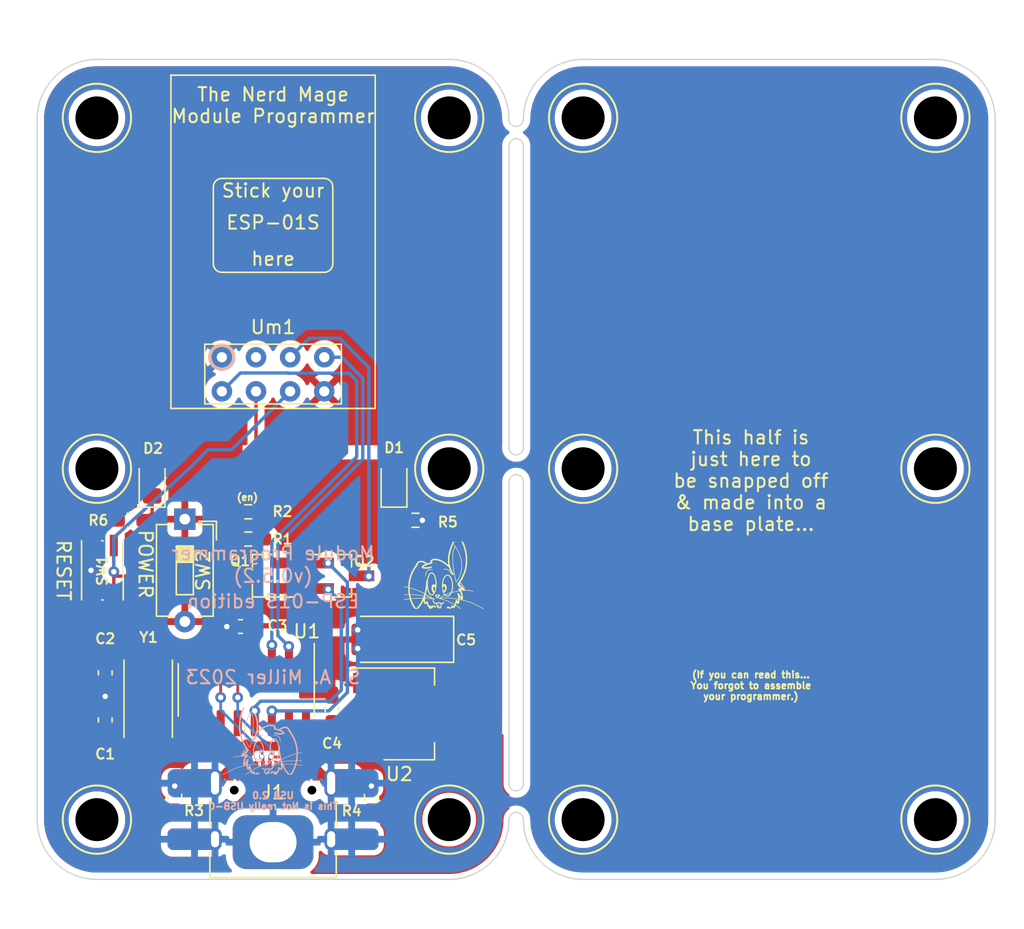
<source format=kicad_pcb>
(kicad_pcb (version 20211014) (generator pcbnew)
  (layers (0 "F.Cu" signal) (31 "B.Cu" signal) (34 "B.Paste" user) (35 "F.Paste" user) (36 "B.SilkS" user "B.Silkscreen") (37 "F.SilkS" user "F.Silkscreen") (38 "B.Mask" user) (39 "F.Mask" user) (44 "Edge.Cuts" user))
  (net 0 "")
  (net 1 "GND")
  (net 2 "Net-(C1-Pad1)")
  (net 3 "Net-(C2-Pad1)")
  (net 4 "RxD")
  (net 5 "TxD")
  (net 6 "RST")
  (net 7 "io0")
  (net 8 "DCD")
  (net 9 "RI")
  (net 10 "DSR")
  (net 11 "CTS")
  (net 12 "DTR")
  (net 13 "RTS")
  (net 14 "Vcc")
  (net 15 "UD+")
  (net 16 "UD-")
  (net 17 "+3.3V")
  (net 19 "EN")
  (net 20 "Vsw")
  (net 23 "CC1")
  (net 24 "CC2")
  (net 25 "Net-(D1-Pad1)")
  (net 26 "Net-(D2-Pad1)")
  (footprint "Tinker:Mount" (layer "F.Cu") (at 163.108 67.919546)
    (fp_text reference "REF**" hide)
    (fp_text value "Mount" hide)
    (pad "" np_thru_hole circle (at 0 0) (size 3.2 3.2) (drill 3.2) (layers *.Mask))
  )
  (footprint "Tinker:C_0603_1608Metric_Pad1.08x0.95mm_HandSolder" (layer "F.Cu") (at 137.51 109.217455 -90)
    (fp_text reference "C2" (at -2.54 0) (layer "F.SilkS") (effects (font (size 0.75 0.75))))
    (fp_text value "20p")
    (pad "1" smd roundrect (at -1.0625 0 270) (size 1.275 0.95) (layers "F.Cu" "F.Paste" "F.Mask") (net 3 "Net-(C2-Pad1)"))
    (pad "2" smd roundrect (at 1.0625 0 270) (size 1.275 0.95) (layers "F.Cu" "F.Paste" "F.Mask") (net 1 "GND"))
  )
  (footprint "Capacitor_Tantalum_SMD:CP_EIA-6032-28_Kemet-C_Pad2.25x2.35mm_HandSolder" (layer "F.Cu") (at 159.505545 106.722019 180)
    (fp_text reference "C5" (at -4.857981 -0.04394) (layer "F.SilkS") (effects (font (size 0.75 0.75))))
    (fp_text value "22uf")
    (pad "1" smd roundrect (at -2.55 0 180) (size 2.25 2.35) (layers "F.Cu" "F.Paste" "F.Mask") (roundrect_rratio 0.1111111111) (net 17 "+3.3V"))
    (pad "2" smd roundrect (at 2.55 0 180) (size 2.25 2.35) (layers "F.Cu" "F.Paste" "F.Mask") (roundrect_rratio 0.1111111111) (net 1 "GND"))
  )
  (footprint "Tinker:Mount" (layer "F.Cu") (at 136.892 120.139455)
    (fp_text reference "REF**" hide)
    (fp_text value "Mount" hide)
    (pad "" np_thru_hole circle (at 0 0) (size 3.2 3.2) (drill 3.2) (layers *.Mask))
  )
  (footprint "Tinker:USB_C_Receptacle_HRO_TYPE-C-31-M-12" (layer "F.Cu") (at 150 120.547455)
    (fp_text reference "J1" (at 0 -2.44) (layer "F.SilkS"))
    (fp_text value "USB_C_Receptacle_USB2.0")
    (pad "" np_thru_hole circle (at -2.89 -2.6) (size 0.65 0.65) (drill 0.65) (layers *.Mask))
    (pad "" np_thru_hole circle (at 2.89 -2.6) (size 0.65 0.65) (drill 0.65) (layers *.Mask))
    (pad "A1" smd rect (at -3.25 -4.045) (size 0.6 1.45) (layers "F.Cu" "F.Paste" "F.Mask") (net 1 "GND"))
    (pad "A4" smd rect (at -2.45 -4.045) (size 0.6 1.45) (layers "F.Cu" "F.Paste" "F.Mask") (net 14 "Vcc"))
    (pad "A5" smd rect (at -1.25 -4.045) (size 0.3 1.45) (layers "F.Cu" "F.Paste" "F.Mask") (net 23 "CC1"))
    (pad "A6" smd rect (at -0.25 -4.045) (size 0.3 1.45) (layers "F.Cu" "F.Paste" "F.Mask") (net 15 "UD+"))
    (pad "A7" smd rect (at 0.25 -4.045) (size 0.3 1.45) (layers "F.Cu" "F.Paste" "F.Mask") (net 16 "UD-"))
    (pad "A8" smd rect (at 1.25 -4.045) (size 0.3 1.45) (layers "F.Cu" "F.Paste" "F.Mask"))
    (pad "A9" smd rect (at 2.45 -4.045) (size 0.6 1.45) (layers "F.Cu" "F.Paste" "F.Mask") (net 14 "Vcc"))
    (pad "A12" smd rect (at 3.25 -4.045) (size 0.6 1.45) (layers "F.Cu" "F.Paste" "F.Mask") (net 1 "GND"))
    (pad "B1" smd rect (at 3.25 -4.045) (size 0.6 1.45) (layers "F.Cu" "F.Paste" "F.Mask") (net 1 "GND"))
    (pad "B4" smd rect (at 2.45 -4.045) (size 0.6 1.45) (layers "F.Cu" "F.Paste" "F.Mask") (net 14 "Vcc"))
    (pad "B5" smd rect (at 1.75 -4.045) (size 0.3 1.45) (layers "F.Cu" "F.Paste" "F.Mask") (net 24 "CC2"))
    (pad "B6" smd rect (at 0.75 -4.045) (size 0.3 1.45) (layers "F.Cu" "F.Paste" "F.Mask") (net 15 "UD+"))
    (pad "B7" smd rect (at -0.75 -4.045) (size 0.3 1.45) (layers "F.Cu" "F.Paste" "F.Mask") (net 16 "UD-"))
    (pad "B8" smd rect (at -1.75 -4.045) (size 0.3 1.45) (layers "F.Cu" "F.Paste" "F.Mask"))
    (pad "B9" smd rect (at -2.45 -4.045) (size 0.6 1.45) (layers "F.Cu" "F.Paste" "F.Mask") (net 14 "Vcc"))
    (pad "B12" smd rect (at -3.25 -4.045) (size 0.6 1.45) (layers "F.Cu" "F.Paste" "F.Mask") (net 1 "GND"))
    (pad "S1" smd roundrect (at -5.846965 -3.118205) (size 4 2.1) (layers "B.Cu" "B.Paste" "B.Mask") (net 1 "GND"))
    (pad "S1" thru_hole oval (at 4.32 -3.13) (size 1 2.1) (drill oval 0.6 1.7) (layers *.Cu *.Mask) (net 1 "GND"))
    (pad "S1" smd roundrect (at 5.096965 -3.118205) (size 2.5 2.1) (layers "F.Cu" "F.Paste" "F.Mask") (net 1 "GND"))
    (pad "S1" smd roundrect (at -5.846965 1.05) (size 4 1.6) (layers "F.Cu" "F.Paste" "F.Mask") (net 1 "GND"))
    (pad "S1" smd roundrect (at -5.846965 1.05) (size 4 1.6) (layers "B.Cu" "B.Paste" "B.Mask") (net 1 "GND"))
    (pad "S1" thru_hole oval (at 4.32 1.05) (size 1 1.6) (drill oval 0.6 1.2) (layers *.Cu *.Mask) (net 1 "GND"))
    (pad "S1" thru_hole oval (at -4.32 1.05) (size 1 1.6) (drill oval 0.6 1.2) (layers *.Cu *.Mask) (net 1 "GND"))
    (pad "S1" thru_hole oval (at -4.32 -3.13) (size 1 2.1) (drill oval 0.6 1.7) (layers *.Cu *.Mask) (net 1 "GND"))
    (pad "S1" smd roundrect (at 5.846965 1.05) (size 4 1.6) (layers "B.Cu" "B.Paste" "B.Mask") (net 1 "GND"))
    (pad "S1" smd roundrect (at 5.846965 1.05) (size 4 1.6) (layers "F.Cu" "F.Paste" "F.Mask") (net 1 "GND"))
    (pad "S1" thru_hole roundrect (at 0 1.27 180) (size 6 4) (drill oval 3.5 3) (layers *.Cu *.Mask) (net 1 "GND"))
    (pad "S1" smd roundrect (at 5.846965 -3.118205) (size 4 2.1) (layers "B.Cu" "B.Paste" "B.Mask") (net 1 "GND"))
    (pad "S1" smd roundrect (at -5.096965 -3.118205) (size 2.5 2.1) (layers "F.Cu" "F.Paste" "F.Mask") (net 1 "GND"))
  )
  (footprint "Tinker:Mount" (layer "F.Cu") (at 199.288 94.029455)
    (fp_text reference "REF**" hide)
    (fp_text value "Mount" hide)
    (pad "" np_thru_hole circle (at 0 0) (size 3.2 3.2) (drill 3.2) (layers *.Mask))
  )
  (footprint "Tinker:R_0603_1608Metric_Pad0.98x0.95mm_HandSolder" (layer "F.Cu") (at 148.154241 97.233483)
    (fp_text reference "R2" (at 2.545759 -0.018765) (layer "F.SilkS") (effects (font (size 0.75 0.75))))
    (fp_text value "10K")
    (pad "1" smd roundrect (at -1.0625 0) (size 1.275 0.95) (layers "F.Cu" "F.Paste" "F.Mask") (net 20 "Vsw"))
    (pad "2" smd roundrect (at 1.0625 0) (size 1.275 0.95) (layers "F.Cu" "F.Paste" "F.Mask") (net 19 "EN"))
  )
  (footprint "Tinker:Mount" (layer "F.Cu") (at 163.108 120.139455)
    (fp_text reference "REF**" hide)
    (fp_text value "Mount" hide)
    (pad "" np_thru_hole circle (at 0 0) (size 3.2 3.2) (drill 3.2) (layers *.Mask))
  )
  (footprint "Crystal:Crystal_SMD_5032-2Pin_5.0x3.2mm" (layer "F.Cu") (at 140.706663 110.967455 90)
    (fp_text reference "Y1" (at 4.39 0.031943) (layer "F.SilkS") (effects (font (size 0.75 0.75))))
    (fp_text value "12M")
    (pad "1" smd rect (at -2.35 0 90) (size 3 2.4) (layers "F.Cu" "F.Paste" "F.Mask") (net 2 "Net-(C1-Pad1)"))
    (pad "2" smd rect (at 2.35 0 90) (size 3 2.4) (layers "F.Cu" "F.Paste" "F.Mask") (net 3 "Net-(C2-Pad1)"))
  )
  (footprint "Tinker:Mount" (layer "F.Cu") (at 173.072 120.139455)
    (fp_text reference "REF**" hide)
    (fp_text value "Mount" hide)
    (pad "" np_thru_hole circle (at 0 0) (size 3.2 3.2) (drill 3.2) (layers *.Mask))
  )
  (footprint "Package_TO_SOT_SMD:SOT-23_Handsoldering" (layer "F.Cu") (at 149.221453 101.990491 180)
    (fp_text reference "Q1" (at 1.674448 1.113434) (layer "F.SilkS") (effects (font (size 0.75 0.75))))
    (fp_text value "MMBT3904")
    (pad "1" smd rect (at -1.5 -0.95 180) (size 1.9 0.8) (layers "F.Cu" "F.Paste" "F.Mask") (net 12 "DTR"))
    (pad "2" smd rect (at -1.5 0.95 180) (size 1.9 0.8) (layers "F.Cu" "F.Paste" "F.Mask") (net 13 "RTS"))
    (pad "3" smd rect (at 1.5 0 180) (size 1.9 0.8) (layers "F.Cu" "F.Paste" "F.Mask") (net 6 "RST"))
  )
  (footprint "Tinker:R_0603_1608Metric_Pad0.98x0.95mm_HandSolder" (layer "F.Cu") (at 142.68 118.507455 90)
    (fp_text reference "R3" (at -0.9668 1.439812) (layer "F.SilkS") (effects (font (size 0.75 0.75))))
    (fp_text value "5k1")
    (pad "1" smd roundrect (at -1.0625 0 90) (size 1.275 0.95) (layers "F.Cu" "F.Paste" "F.Mask") (net 23 "CC1"))
    (pad "2" smd roundrect (at 1.0625 0 90) (size 1.275 0.95) (layers "F.Cu" "F.Paste" "F.Mask") (net 1 "GND"))
  )
  (footprint "Tinker:R_0603_1608Metric_Pad0.98x0.95mm_HandSolder" (layer "F.Cu") (at 157.32 118.507455 90)
    (fp_text reference "R4" (at -0.979818 -1.470937) (layer "F.SilkS") (effects (font (size 0.75 0.75))))
    (fp_text value "5k1")
    (pad "1" smd roundrect (at -1.0625 0 90) (size 1.275 0.95) (layers "F.Cu" "F.Paste" "F.Mask") (net 24 "CC2"))
    (pad "2" smd roundrect (at 1.0625 0 90) (size 1.275 0.95) (layers "F.Cu" "F.Paste" "F.Mask") (net 1 "GND"))
  )
  (footprint "Tinker:Mount" (layer "F.Cu") (at 136.892 94.029455)
    (fp_text reference "REF**" hide)
    (fp_text value "Mount" hide)
    (pad "" np_thru_hole circle (at 0 0) (size 3.2 3.2) (drill 3.2) (layers *.Mask))
  )
  (footprint "Tinker:SW_DIP_SPSTx01_Slide_6.7x4.1mm_W7.62mm_P2.54mm_LowProfile" (layer "F.Cu") (at 143.433 101.590491 -90)
    (fp_text reference "SW2" (at 0.009624 -1.373823 90) (layer "F.SilkS"))
    (fp_text value "SW_DIP_x01")
    (pad "1" thru_hole rect (at -3.81 0 270) (size 1.6 1.6) (drill 0.8) (layers *.Cu *.Mask) (net 20 "Vsw"))
    (pad "2" thru_hole oval (at 3.81 0 270) (size 1.6 1.6) (drill 0.8) (layers *.Cu *.Mask) (net 17 "+3.3V"))
  )
  (footprint "Tinker:C_0603_1608Metric_Pad1.08x0.95mm_HandSolder" (layer "F.Cu") (at 154.387518 111.930933 90)
    (fp_text reference "C4" (at -2.54 0) (layer "F.SilkS") (effects (font (size 0.75 0.75))))
    (fp_text value "100nf")
    (pad "1" smd roundrect (at -1.0625 0 90) (size 1.275 0.95) (layers "F.Cu" "F.Paste" "F.Mask") (net 14 "Vcc"))
    (pad "2" smd roundrect (at 1.0625 0 90) (size 1.275 0.95) (layers "F.Cu" "F.Paste" "F.Mask") (net 1 "GND"))
  )
  (footprint "Package_SO:SOIC-16_3.9x9.9mm_P1.27mm" (layer "F.Cu") (at 148.005 110.487455 -90)
    (fp_text reference "U1" (at -4.358951 -4.515147) (layer "F.SilkS"))
    (fp_text value "CH340G")
    (pad "1" smd roundrect (at -2.475 -4.445 270) (size 1.95 0.6) (layers "F.Cu" "F.Paste" "F.Mask") (net 1 "GND"))
    (pad "2" smd roundrect (at -2.475 -3.175 270) (size 1.95 0.6) (layers "F.Cu" "F.Paste" "F.Mask") (net 4 "RxD"))
    (pad "3" smd roundrect (at -2.475 -1.905 270) (size 1.95 0.6) (layers "F.Cu" "F.Paste" "F.Mask") (net 5 "TxD"))
    (pad "4" smd roundrect (at -2.475 -0.635 270) (size 1.95 0.6) (layers "F.Cu" "F.Paste" "F.Mask") (net 17 "+3.3V"))
    (pad "5" smd roundrect (at -2.475 0.635 270) (size 1.95 0.6) (layers "F.Cu" "F.Paste" "F.Mask") (net 15 "UD+"))
    (pad "6" smd roundrect (at -2.475 1.905 270) (size 1.95 0.6) (layers "F.Cu" "F.Paste" "F.Mask") (net 16 "UD-"))
    (pad "7" smd roundrect (at -2.475 3.175 270) (size 1.95 0.6) (layers "F.Cu" "F.Paste" "F.Mask") (net 2 "Net-(C1-Pad1)"))
    (pad "8" smd roundrect (at -2.475 4.445 270) (size 1.95 0.6) (layers "F.Cu" "F.Paste" "F.Mask") (net 3 "Net-(C2-Pad1)"))
    (pad "9" smd roundrect (at 2.475 4.445 270) (size 1.95 0.6) (layers "F.Cu" "F.Paste" "F.Mask") (net 11 "CTS"))
    (pad "10" smd roundrect (at 2.475 3.175 270) (size 1.95 0.6) (layers "F.Cu" "F.Paste" "F.Mask") (net 10 "DSR"))
    (pad "11" smd roundrect (at 2.475 1.905 270) (size 1.95 0.6) (layers "F.Cu" "F.Paste" "F.Mask") (net 9 "RI"))
    (pad "12" smd roundrect (at 2.475 0.635 270) (size 1.95 0.6) (layers "F.Cu" "F.Paste" "F.Mask") (net 8 "DCD"))
    (pad "13" smd roundrect (at 2.475 -0.635 270) (size 1.95 0.6) (layers "F.Cu" "F.Paste" "F.Mask") (net 12 "DTR"))
    (pad "14" smd roundrect (at 2.475 -1.905 270) (size 1.95 0.6) (layers "F.Cu" "F.Paste" "F.Mask") (net 13 "RTS"))
    (pad "15" smd roundrect (at 2.475 -3.175 270) (size 1.95 0.6) (layers "F.Cu" "F.Paste" "F.Mask"))
    (pad "16" smd roundrect (at 2.475 -4.445 270) (size 1.95 0.6) (layers "F.Cu" "F.Paste" "F.Mask") (net 14 "Vcc"))
  )
  (footprint "Tinker:ESP-01S (prog)" (layer "F.Cu") (at 150 77.14)
    (fp_text reference "Um1" (at 0 6.35 unlocked) (layer "F.SilkS"))
    (fp_text value "ESP-01S")
    (fp_text user "ESP-01S" (at -0.001511 -1.434248 unlocked) (layer "F.SilkS"))
    (fp_text user "here" (at 0 1.27 unlocked) (layer "F.SilkS"))
    (fp_text user "Stick your" (at 0 -3.81 unlocked) (layer "F.SilkS"))
    (pad "1" thru_hole circle (at -3.81 8.59) (size 1.524 1.524) (drill 0.762) (layers *.Cu *.Mask) (net 1 "GND"))
    (pad "2" thru_hole circle (at -1.27 8.59) (size 1.524 1.524) (drill 0.762) (layers *.Cu *.Mask))
    (pad "3" thru_hole circle (at 1.27 8.59) (size 1.524 1.524) (drill 0.762) (layers *.Cu *.Mask) (net 7 "io0"))
    (pad "4" thru_hole circle (at 3.81 8.59) (size 1.524 1.524) (drill 0.762) (layers *.Cu *.Mask) (net 4 "RxD"))
    (pad "5" thru_hole circle (at 3.81 11.13) (size 1.524 1.524) (drill 0.762) (layers *.Cu *.Mask) (net 20 "Vsw"))
    (pad "6" thru_hole circle (at 1.27 11.13) (size 1.524 1.524) (drill 0.762) (layers *.Cu *.Mask) (net 6 "RST"))
    (pad "7" thru_hole circle (at -1.27 11.13) (size 1.524 1.524) (drill 0.762) (layers *.Cu *.Mask) (net 19 "EN"))
    (pad "8" thru_hole circle (at -3.81 11.13) (size 1.524 1.524) (drill 0.762) (layers *.Cu *.Mask) (net 5 "TxD"))
  )
  (footprint "Tinker:R_0603_1608Metric_Pad0.98x0.95mm_HandSolder" (layer "F.Cu") (at 160.6 97.862287)
    (fp_text reference "R5" (at 2.4 0.134539 180) (layer "F.SilkS") (effects (font (size 0.75 0.75))))
    (fp_text value "2K2")
    (pad "1" smd roundrect (at -1.0625 0) (size 1.275 0.95) (layers "F.Cu" "F.Paste" "F.Mask") (net 25 "Net-(D1-Pad1)"))
    (pad "2" smd roundrect (at 1.0625 0) (size 1.275 0.95) (layers "F.Cu" "F.Paste" "F.Mask") (net 1 "GND"))
  )
  (footprint "Rabbit:rabbit" (layer "F.Cu") (at 163.073996 101.952784)
    (fp_text reference "G***" hide)
    (fp_text value "LOGO" hide)
  )
  (footprint "Tinker:Mount" (layer "F.Cu") (at 173.072 67.919546)
    (fp_text reference "REF**" hide)
    (fp_text value "Mount" hide)
    (pad "" np_thru_hole circle (at 0 0) (size 3.2 3.2) (drill 3.2) (layers *.Mask))
  )
  (footprint "Tinker:Mount" (layer "F.Cu") (at 173.072 94.029455)
    (fp_text reference "REF**" hide)
    (fp_text value "Mount" hide)
    (pad "" np_thru_hole circle (at 0 0) (size 3.2 3.2) (drill 3.2) (layers *.Mask))
  )
  (footprint "Tinker:SW_Push_TS273014TP" (layer "F.Cu") (at 137.3 101.590491 -90)
    (fp_text reference "SW1" (at 0 0 90) (layer "F.SilkS") (effects (font (size 0.75 0.75))))
    (fp_text value "SW_Push")
    (pad "1" smd rect (at -1.85 -0.85 270) (size 1.6 0.6) (layers "F.Cu" "F.Paste" "F.Mask") (net 6 "RST"))
    (pad "1" smd rect (at 1.85 -0.85 270) (size 1.6 0.6) (layers "F.Cu" "F.Paste" "F.Mask") (net 6 "RST"))
    (pad "2" smd rect (at -1.85 0.85 270) (size 1.6 0.6) (layers "F.Cu" "F.Paste" "F.Mask") (net 1 "GND"))
    (pad "2" smd rect (at 1.85 0.85 270) (size 1.6 0.6) (layers "F.Cu" "F.Paste" "F.Mask") (net 1 "GND"))
  )
  (footprint "Tinker:Mount" (layer "F.Cu") (at 136.892 67.919546)
    (fp_text reference "REF**" hide)
    (fp_text value "Mount" hide)
    (pad "" np_thru_hole circle (at 0 0) (size 3.2 3.2) (drill 3.2) (layers *.Mask))
  )
  (footprint "Package_TO_SOT_SMD:SOT-23_Handsoldering" (layer "F.Cu") (at 155.08 101.994172)
    (fp_text reference "Q2" (at 1.710332 -1.073861) (layer "F.SilkS") (effects (font (size 0.75 0.75))))
    (fp_text value "MMBT3904")
    (pad "1" smd rect (at -1.5 -0.95) (size 1.9 0.8) (layers "F.Cu" "F.Paste" "F.Mask") (net 13 "RTS"))
    (pad "2" smd rect (at -1.5 0.95) (size 1.9 0.8) (layers "F.Cu" "F.Paste" "F.Mask") (net 12 "DTR"))
    (pad "3" smd rect (at 1.5 0) (size 1.9 0.8) (layers "F.Cu" "F.Paste" "F.Mask") (net 7 "io0"))
  )
  (footprint "Tinker:R_0603_1608Metric_Pad0.98x0.95mm_HandSolder" (layer "F.Cu") (at 139.4 97.862287 180)
    (fp_text reference "R6" (at 2.4 -0.00632 180) (layer "F.SilkS") (effects (font (size 0.75 0.75))))
    (fp_text value "2K2")
    (pad "1" smd roundrect (at -1.0625 0 180) (size 1.275 0.95) (layers "F.Cu" "F.Paste" "F.Mask") (net 26 "Net-(D2-Pad1)"))
    (pad "2" smd roundrect (at 1.0625 0 180) (size 1.275 0.95) (layers "F.Cu" "F.Paste" "F.Mask") (net 1 "GND"))
  )
  (footprint "Tinker:Mount" (layer "F.Cu") (at 199.288 67.919546)
    (fp_text reference "REF**" hide)
    (fp_text value "Mount" hide)
    (pad "" np_thru_hole circle (at 0 0) (size 3.2 3.2) (drill 3.2) (layers *.Mask))
  )
  (footprint "LED_SMD:LED_0805_2012Metric_Pad1.15x1.40mm_HandSolder" (layer "F.Cu") (at 159 95.025 90)
    (fp_text reference "D1" (at 2.560701 0.00966) (layer "F.SilkS") (effects (font (size 0.75 0.75))))
    (fp_text value "LED")
    (pad "1" smd roundrect (at -1.025 0 90) (size 1.15 1.4) (layers "F.Cu" "F.Paste" "F.Mask") (roundrect_rratio 0.2173913043) (net 25 "Net-(D1-Pad1)"))
    (pad "2" smd roundrect (at 1.025 0 90) (size 1.15 1.4) (layers "F.Cu" "F.Paste" "F.Mask") (roundrect_rratio 0.2173913043) (net 17 "+3.3V"))
  )
  (footprint "Tinker:C_0603_1608Metric_Pad1.08x0.95mm_HandSolder" (layer "F.Cu") (at 137.51 112.717455 90)
    (fp_text reference "C1" (at -2.54 0) (layer "F.SilkS") (effects (font (size 0.75 0.75))))
    (fp_text value "20p")
    (pad "1" smd roundrect (at -1.0625 0 90) (size 1.275 0.95) (layers "F.Cu" "F.Paste" "F.Mask") (net 2 "Net-(C1-Pad1)"))
    (pad "2" smd roundrect (at 1.0625 0 90) (size 1.275 0.95) (layers "F.Cu" "F.Paste" "F.Mask") (net 1 "GND"))
  )
  (footprint "LED_SMD:LED_0805_2012Metric_Pad1.15x1.40mm_HandSolder" (layer "F.Cu") (at 141 95.025 90)
    (fp_text reference "D2" (at 2.511709 0.071764 180) (layer "F.SilkS") (effects (font (size 0.75 0.75))))
    (fp_text value "LED")
    (pad "1" smd roundrect (at -1.025 0 90) (size 1.15 1.4) (layers "F.Cu" "F.Paste" "F.Mask") (roundrect_rratio 0.2173913043) (net 26 "Net-(D2-Pad1)"))
    (pad "2" smd roundrect (at 1.025 0 90) (size 1.15 1.4) (layers "F.Cu" "F.Paste" "F.Mask") (roundrect_rratio 0.2173913043) (net 20 "Vsw"))
  )
  (footprint "Tinker:Mount" (layer "F.Cu") (at 199.288 120.139455)
    (fp_text reference "REF**" hide)
    (fp_text value "Mount" hide)
    (pad "" np_thru_hole circle (at 0 0) (size 3.2 3.2) (drill 3.2) (layers *.Mask))
  )
  (footprint "Package_TO_SOT_SMD:SOT-223-3_TabPin2" (layer "F.Cu") (at 160.105545 112.273364)
    (fp_text reference "U2" (at -0.711477 4.476729) (layer "F.SilkS"))
    (fp_text value "AMS1117-3.3")
    (pad "1" smd rect (at -3.15 -2.3) (size 2 1.5) (layers "F.Cu" "F.Paste" "F.Mask") (net 1 "GND"))
    (pad "2" smd rect (at -3.15 0) (size 2 1.5) (layers "F.Cu" "F.Paste" "F.Mask") (net 17 "+3.3V"))
    (pad "2" smd rect (at 3.15 0) (size 2 3.8) (layers "F.Cu" "F.Paste" "F.Mask") (net 17 "+3.3V"))
    (pad "3" smd rect (at -3.15 2.3) (size 2 1.5) (layers "F.Cu" "F.Paste" "F.Mask") (net 14 "Vcc"))
  )
  (footprint "Tinker:C_0603_1608Metric_Pad1.08x0.95mm_HandSolder" (layer "F.Cu") (at 147.57359 105.77372 180)
    (fp_text reference "C3" (at -2.75772 0.06892) (layer "F.SilkS") (effects (font (size 0.75 0.75))))
    (fp_text value "10nf")
    (pad "1" smd roundrect (at -1.0625 0 180) (size 1.275 0.95) (layers "F.Cu" "F.Paste" "F.Mask") (net 17 "+3.3V"))
    (pad "2" smd roundrect (at 1.0625 0 180) (size 1.275 0.95) (layers "F.Cu" "F.Paste" "F.Mask") (net 1 "GND"))
  )
  (footprint "Tinker:R_0603_1608Metric_Pad0.98x0.95mm_HandSolder" (layer "F.Cu") (at 148.154241 99.262498)
    (fp_text reference "R1" (at 2.545759 0.006202) (layer "F.SilkS") (effects (font (size 0.75 0.75))))
    (fp_text value "10K")
    (pad "1" smd roundrect (at -1.0625 0) (size 1.275 0.95) (layers "F.Cu" "F.Paste" "F.Mask") (net 20 "Vsw"))
    (pad "2" smd roundrect (at 1.0625 0) (size 1.275 0.95) (layers "F.Cu" "F.Paste" "F.Mask") (net 6 "RST"))
  )
  (footprint "Tinker:Mount" (layer "F.Cu") (at 163.108 94.029455)
    (fp_text reference "REF**" hide)
    (fp_text value "Mount" hide)
    (pad "" np_thru_hole circle (at 0 0) (size 3.2 3.2) (drill 3.2) (layers *.Mask))
  )
  (footprint "Rabbit:rabbit" (layer "B.Cu") (at 148.83 114.297455 180)
    (fp_text reference "G***" hide)
    (fp_text value "LOGO" hide)
  )
  (gr_line (start 163.108 63.569635) (end 136.892001 63.569636) (layer "Edge.Cuts") (width 0.1))
  (gr_arc (start 132.447 68.014637) (mid 133.748927 64.871552) (end 136.892001 63.569636) (layer "Edge.Cuts") (width 0.1))
  (gr_arc (start 203.733 120.139454) (mid 202.431112 123.282566) (end 199.288 124.584454) (layer "Edge.Cuts") (width 0.1))
  (gr_arc (start 168.627 68.014637) (mid 169.928943 64.871579) (end 173.072001 63.569636) (layer "Edge.Cuts") (width 0.1))
  (gr_arc (start 199.288 63.569635) (mid 202.431083 64.871553) (end 203.733001 68.014636) (layer "Edge.Cuts") (width 0.1))
  (gr_arc (start 173.072 124.584454) (mid 169.92892 123.282534) (end 168.627 120.139454) (layer "Edge.Cuts") (width 0.1))
  (gr_arc (start 167.553 120.139454) (mid 166.25109 123.282544) (end 163.108 124.584454) (layer "Edge.Cuts") (width 0.1))
  (gr_line (start 203.733 120.139454) (end 203.733001 68.014636) (layer "Edge.Cuts") (width 0.1))
  (gr_arc (start 168.627 92.463) (mid 168.09 93) (end 167.553 92.463) (layer "Edge.Cuts") (width 0.1))
  (gr_arc (start 167.553 95) (mid 168.09 94.463) (end 168.627 95) (layer "Edge.Cuts") (width 0.1))
  (gr_arc (start 163.108 63.569635) (mid 166.251113 64.871542) (end 167.553001 68.014636) (layer "Edge.Cuts") (width 0.1))
  (gr_arc (start 167.553 70) (mid 168.09 69.463) (end 168.627 70) (layer "Edge.Cuts") (width 0.1))
  (gr_arc (start 167.553 120.139454) (mid 168.09 119.602454) (end 168.627 120.139454) (layer "Edge.Cuts") (width 0.1))
  (gr_line (start 168.627 95) (end 168.627 117.463) (layer "Edge.Cuts") (width 0.1))
  (gr_line (start 136.892 124.584454) (end 163.108 124.584454) (layer "Edge.Cuts") (width 0.1))
  (gr_arc (start 168.627 117.463) (mid 168.09 118) (end 167.553 117.463) (layer "Edge.Cuts") (width 0.1))
  (gr_line (start 199.288 63.569635) (end 173.072001 63.569636) (layer "Edge.Cuts") (width 0.1))
  (gr_line (start 173.072 124.584454) (end 199.288 124.584454) (layer "Edge.Cuts") (width 0.1))
  (gr_arc (start 168.627 68.014637) (mid 168.09 68.551637) (end 167.553 68.014637) (layer "Edge.Cuts") (width 0.1))
  (gr_line (start 132.447 68.014637) (end 132.447 120.139454) (layer "Edge.Cuts") (width 0.1))
  (gr_line (start 167.553 92.463) (end 167.553 70) (layer "Edge.Cuts") (width 0.1))
  (gr_arc (start 136.892 124.584454) (mid 133.748911 123.282544) (end 132.447 120.139454) (layer "Edge.Cuts") (width 0.1))
  (gr_line (start 167.553 95) (end 167.553 117.463) (layer "Edge.Cuts") (width 0.1))
  (gr_line (start 168.627 70) (end 168.627 92.463) (layer "Edge.Cuts") (width 0.1))
  (gr_text "ESP-01S edition" (at 150 103.896439) (layer "B.SilkS") (effects (font (size 1 1)) (justify mirror)))
  (gr_text "Module Programmer" (at 150 100.327455) (layer "B.SilkS") (effects (font (size 1 1)) (justify mirror)))
  (gr_text "USB 2.0\nThis is Not really USB-C" (at 149.999999 118.742813) (layer "B.SilkS") (effects (font (size 0.5 0.5) (thickness 0.125)) (justify mirror)))
  (gr_text "S. A. Miller 2023" (at 150 109.541155) (layer "B.SilkS") (effects (font (size 1 1)) (justify mirror)))
  (gr_text "(v0.5.2)" (at 150 101.997455) (layer "B.SilkS") (effects (font (size 1 1)) (justify mirror)))
  (gr_text "POWER" (at 140.509453 101.121199 270) (layer "F.SilkS") (effects (font (size 1 1))))
  (gr_text "(en)" (at 148.089211 96.15124) (layer "F.SilkS") (effects (font (size 0.5 0.5) (thickness 0.125))))
  (gr_text "(If you can read this...\nYou forgot to assemble\nyour programmer.)" (at 185.56 110.16) (layer "F.SilkS") (effects (font (size 0.5 0.5) (thickness 0.125))))
  (gr_text "This half is\njust here to\nbe snapped off\n& made into a\nbase plate..." (at 185.56 94.92) (layer "F.SilkS") (effects (font (size 1 1))))
  (gr_text "RESET" (at 134.409789 101.590491 270) (layer "F.SilkS") (effects (font (size 1 1))))
  (gr_text "The Nerd Mage\nModule Programmer" (at 150 66.98) (layer "F.SilkS") (effects (font (size 1 1))))
  (segment (start 146.595 116.502455) (end 145.68 117.417455) (width 0.6) (layer "F.Cu") (net 1))
  (segment (start 146.75 116.502455) (end 146.595 116.502455) (width 0.6) (layer "F.Cu") (net 1))
  (segment (start 153.25 116.502455) (end 153.405 116.502455) (width 0.6) (layer "F.Cu") (net 1))
  (segment (start 142.68 117.637455) (end 144.69483 117.637455) (width 0.25) (layer "F.Cu") (net 1))
  (segment (start 153.405 116.502455) (end 154.32 117.417455) (width 0.6) (layer "F.Cu") (net 1))
  (segment (start 136.45 98.461045) (end 136.45 99.740491) (width 0.25) (layer "F.Cu") (net 1))
  (segment (start 138.3375 97.862287) (end 137.048758 97.862287) (width 0.25) (layer "F.Cu") (net 1))
  (segment (start 136.45 99.740491) (end 136.45 103.440491) (width 0.25) (layer "F.Cu") (net 1))
  (segment (start 157.32 117.637455) (end 155.30517 117.637455) (width 0.25) (layer "F.Cu") (net 1))
  (segment (start 144.69483 117.637455) (end 144.903035 117.42925) (width 0.25) (layer "F.Cu") (net 1))
  (segment (start 155.30517 117.637455) (end 155.096965 117.42925) (width 0.25) (layer "F.Cu") (net 1))
  (segment (start 137.048758 97.862287) (end 136.45 98.461045) (width 0.25) (layer "F.Cu") (net 1))
  (via (at 146.55759 105.77372) (size 0.8) (drill 0.4) (layers "F.Cu" "B.Cu") (net 1))
  (via (at 142.68 117.637455) (size 0.8) (drill 0.4) (layers "F.Cu" "B.Cu") (net 1))
  (via (at 137.51 110.967455) (size 0.8) (drill 0.4) (layers "F.Cu" "B.Cu") (net 1))
  (via (at 156.3 106.015601) (size 0.8) (drill 0.4) (layers "F.Cu" "B.Cu") (net 1))
  (via (at 161.110836 97.866252) (size 0.8) (drill 0.4) (layers "F.Cu" "B.Cu") (net 1))
  (via (at 156.3 107.402273) (size 0.8) (drill 0.4) (layers "F.Cu" "B.Cu") (net 1))
  (via (at 157.32 117.637455) (size 0.8) (drill 0.4) (layers "F.Cu" "B.Cu") (net 1))
  (via (at 136.45 101.590491) (size 0.8) (drill 0.4) (layers "F.Cu" "B.Cu") (net 1))
  (segment (start 137.51 113.579955) (end 137.7725 113.317455) (width 0.25) (layer "F.Cu") (net 2))
  (segment (start 140.82 113.317455) (end 140.706663 113.317455) (width 0.25) (layer "F.Cu") (net 2))
  (segment (start 144.83 109.307455) (end 140.82 113.317455) (width 0.25) (layer "F.Cu") (net 2))
  (segment (start 137.7725 113.317455) (end 140.706663 113.317455) (width 0.25) (layer "F.Cu") (net 2))
  (segment (start 144.83 108.012455) (end 144.83 109.307455) (width 0.25) (layer "F.Cu") (net 2))
  (segment (start 137.7725 108.617455) (end 140.706663 108.617455) (width 0.25) (layer "F.Cu") (net 3))
  (segment (start 143.56 108.012455) (end 142.955 108.617455) (width 0.25) (layer "F.Cu") (net 3))
  (segment (start 137.51 108.354955) (end 137.7725 108.617455) (width 0.25) (layer "F.Cu") (net 3))
  (segment (start 142.955 108.617455) (end 140.706663 108.617455) (width 0.25) (layer "F.Cu") (net 3))
  (via (at 151.163498 107.247455) (size 0.8) (drill 0.4) (layers "F.Cu" "B.Cu") (net 4))
  (segment (start 150.36 106.443957) (end 151.163498 107.247455) (width 0.25) (layer "B.Cu") (net 4))
  (segment (start 153.81 85.73) (end 155.107129 85.73) (width 0.25) (layer "B.Cu") (net 4))
  (segment (start 150.36 99.64) (end 150.36 106.443957) (width 0.25) (layer "B.Cu") (net 4))
  (segment (start 156.677129 87.3) (end 156.677129 93.322871) (width 0.25) (layer "B.Cu") (net 4))
  (segment (start 155.107129 85.73) (end 156.677129 87.3) (width 0.25) (layer "B.Cu") (net 4))
  (segment (start 156.677129 93.322871) (end 150.36 99.64) (width 0.25) (layer "B.Cu") (net 4))
  (via (at 149.91 107.147455) (size 0.8) (drill 0.4) (layers "F.Cu" "B.Cu") (net 5))
  (segment (start 151.127453 86.915441) (end 155.656174 86.915441) (width 0.25) (layer "B.Cu") (net 5))
  (segment (start 155.656174 86.915441) (end 156.227129 87.486396) (width 0.25) (layer "B.Cu") (net 5))
  (segment (start 149.91 99.453604) (end 149.91 107.147455) (width 0.25) (layer "B.Cu") (net 5))
  (segment (start 147.558641 86.901359) (end 151.113371 86.901359) (width 0.25) (layer "B.Cu") (net 5))
  (segment (start 156.227129 87.486396) (end 156.227129 93.136475) (width 0.25) (layer "B.Cu") (net 5))
  (segment (start 146.19 88.27) (end 147.558641 86.901359) (width 0.25) (layer "B.Cu") (net 5))
  (segment (start 156.227129 93.136475) (end 149.91 99.453604) (width 0.25) (layer "B.Cu") (net 5))
  (segment (start 151.113371 86.901359) (end 151.127453 86.915441) (width 0.25) (layer "B.Cu") (net 5))
  (segment (start 147.721453 101.990491) (end 140.614962 101.990491) (width 0.25) (layer "F.Cu") (net 6))
  (segment (start 138.15 101.69) (end 138.15 103.440491) (width 0.25) (layer "F.Cu") (net 6))
  (segment (start 147.721453 101.990491) (end 147.721453 100.757786) (width 0.25) (layer "F.Cu") (net 6))
  (segment (start 147.721453 100.757786) (end 149.216741 99.262498) (width 0.25) (layer "F.Cu") (net 6))
  (segment (start 140.614962 101.990491) (end 140.587998 102.017455) (width 0.25) (layer "F.Cu") (net 6))
  (segment (start 138.15 99.740491) (end 138.15 101.69) (width 0.25) (layer "F.Cu") (net 6))
  (segment (start 140.587998 102.017455) (end 138.15 102.017455) (width 0.25) (layer "F.Cu") (net 6))
  (via (at 138.15 101.69) (size 0.8) (drill 0.4) (layers "F.Cu" "B.Cu") (net 6))
  (segment (start 143.776534 94) (end 145.158267 92.618267) (width 0.25) (layer "B.Cu") (net 6))
  (segment (start 138.15 99.15) (end 143.776534 94) (width 0.25) (layer "B.Cu") (net 6))
  (segment (start 138.15 101.69) (end 138.15 99.15) (width 0.25) (layer "B.Cu") (net 6))
  (segment (start 151.27 88.27) (end 146.921733 92.618267) (width 0.25) (layer "B.Cu") (net 6))
  (segment (start 146.921733 92.618267) (end 145.158267 92.618267) (width 0.25) (layer "B.Cu") (net 6))
  (via (at 157.127129 102.033047) (size 0.8) (drill 0.4) (layers "F.Cu" "B.Cu") (net 7))
  (segment (start 157.127129 102.033047) (end 157.127129 86.485039) (width 0.25) (layer "B.Cu") (net 7))
  (segment (start 152.678892 84.321108) (end 151.27 85.73) (width 0.25) (layer "B.Cu") (net 7))
  (segment (start 157.127129 86.485039) (end 154.963198 84.321108) (width 0.25) (layer "B.Cu") (net 7))
  (segment (start 154.963198 84.321108) (end 152.678892 84.321108) (width 0.25) (layer "B.Cu") (net 7))
  (segment (start 150.721453 102.940491) (end 153.576319 102.940491) (width 0.25) (layer "F.Cu") (net 12))
  (via (at 148.64 112.047455) (size 0.8) (drill 0.4) (layers "F.Cu" "B.Cu") (net 12))
  (via (at 154.1 102.997589) (size 0.8) (drill 0.4) (layers "F.Cu" "B.Cu") (net 12))
  (segment (start 155.08 110.487455) (end 155.08 103.977589) (width 0.25) (layer "B.Cu") (net 12))
  (segment (start 154.245 111.322455) (end 155.08 110.487455) (width 0.25) (layer "B.Cu") (net 12))
  (segment (start 148.64 111.764455) (end 149.082 111.322455) (width 0.25) (layer "B.Cu") (net 12))
  (segment (start 155.08 103.977589) (end 154.1 102.997589) (width 0.25) (layer "B.Cu") (net 12))
  (segment (start 149.082 111.322455) (end 154.245 111.322455) (width 0.25) (layer "B.Cu") (net 12))
  (segment (start 148.64 112.047455) (end 148.64 111.764455) (width 0.25) (layer "B.Cu") (net 12))
  (segment (start 150.721453 101.040491) (end 153.576319 101.040491) (width 0.25) (layer "F.Cu") (net 13))
  (via (at 154.1 101.050536) (size 0.8) (drill 0.4) (layers "F.Cu" "B.Cu") (net 13))
  (via (at 149.91 112.047455) (size 0.8) (drill 0.4) (layers "F.Cu" "B.Cu") (net 13))
  (segment (start 154.1 101.050536) (end 155.53 102.480536) (width 0.25) (layer "B.Cu") (net 13))
  (segment (start 154.156396 112.047455) (end 149.91 112.047455) (width 0.25) (layer "B.Cu") (net 13))
  (segment (start 155.53 102.480536) (end 155.53 110.673851) (width 0.25) (layer "B.Cu") (net 13))
  (segment (start 155.53 110.673851) (end 154.156396 112.047455) (width 0.25) (layer "B.Cu") (net 13))
  (segment (start 152.45 114.987602) (end 152.228502 114.766104) (width 0.6) (layer "F.Cu") (net 14))
  (segment (start 148.311351 114.766104) (end 151.844585 114.766104) (width 0.5) (layer "F.Cu") (net 14))
  (segment (start 147.55 114.978677) (end 147.762573 114.766104) (width 0.6) (layer "F.Cu") (net 14))
  (segment (start 152.45 115.477455) (end 152.45 114.987602) (width 0.6) (layer "F.Cu") (net 14))
  (segment (start 152.228502 114.766104) (end 151.844585 114.766104) (width 0.6) (layer "F.Cu") (net 14))
  (segment (start 152.45 114.987602) (end 152.45 113.179455) (width 0.6) (layer "F.Cu") (net 14))
  (segment (start 152.45 116.502455) (end 152.45 115.477455) (width 0.6) (layer "F.Cu") (net 14))
  (segment (start 152.228502 114.766104) (end 152.421242 114.573364) (width 0.6) (layer "F.Cu") (net 14))
  (segment (start 154.085909 114.573364) (end 156.955545 114.573364) (width 0.6) (layer "F.Cu") (net 14))
  (segment (start 147.55 116.502455) (end 147.55 114.978677) (width 0.6) (layer "F.Cu") (net 14))
  (segment (start 152.421242 114.573364) (end 154.085909 114.573364) (width 0.6) (layer "F.Cu") (net 14))
  (segment (start 147.762573 114.766104) (end 148.311351 114.766104) (width 0.6) (layer "F.Cu") (net 14))
  (segment (start 149.75 115.527455) (end 149.8 115.477455) (width 0.2) (layer "F.Cu") (net 15))
  (segment (start 147.37 108.012455) (end 147.37 111.047455) (width 0.2) (layer "F.Cu") (net 15))
  (segment (start 149.75 116.502455) (end 149.75 115.527455) (width 0.2) (layer "F.Cu") (net 15))
  (segment (start 150.7 115.477455) (end 150.75 115.527455) (width 0.2) (layer "F.Cu") (net 15))
  (segment (start 149.8 115.477455) (end 150.7 115.477455) (width 0.2) (layer "F.Cu") (net 15))
  (segment (start 150.75 115.527455) (end 150.75 116.502455) (width 0.2) (layer "F.Cu") (net 15))
  (via (at 149.85 115.441595) (size 0.4) (drill 0.3) (layers "F.Cu" "B.Cu") (net 15))
  (via (at 147.37 111.047455) (size 0.8) (drill 0.4) (layers "F.Cu" "B.Cu") (net 15))
  (segment (start 149.85 114.851769) (end 149.85 115.491595) (width 0.2) (layer "B.Cu") (net 15))
  (segment (start 147.37 112.371769) (end 149.85 114.851769) (width 0.2) (layer "B.Cu") (net 15))
  (segment (start 147.37 111.047455) (end 147.37 112.371769) (width 0.2) (layer "B.Cu") (net 15))
  (segment (start 149.3 117.527455) (end 150.2 117.527455) (width 0.2) (layer "F.Cu") (net 16))
  (segment (start 150.25 117.477455) (end 150.25 116.502455) (width 0.2) (layer "F.Cu") (net 16))
  (segment (start 149.25 115.591595) (end 149.15 115.491595) (width 0.2) (layer "F.Cu") (net 16))
  (segment (start 149.25 117.477455) (end 149.3 117.527455) (width 0.2) (layer "F.Cu") (net 16))
  (segment (start 149.25 116.502455) (end 149.25 115.591595) (width 0.2) (layer "F.Cu") (net 16))
  (segment (start 149.25 116.502455) (end 149.25 117.477455) (width 0.2) (layer "F.Cu") (net 16))
  (segment (start 150.2 117.527455) (end 150.25 117.477455) (width 0.2) (layer "F.Cu") (net 16))
  (segment (start 146.1 108.012455) (end 146.1 111.047455) (width 0.2) (layer "F.Cu") (net 16))
  (via (at 149.15 115.441595) (size 0.4) (drill 0.3) (layers "F.Cu" "B.Cu") (net 16))
  (via (at 146.1 111.047455) (size 0.8) (drill 0.4) (layers "F.Cu" "B.Cu") (net 16))
  (segment (start 146.1 111.983382) (end 146.1 111.047455) (width 0.2) (layer "B.Cu") (net 16))
  (segment (start 149.15 115.033382) (end 146.1 111.983382) (width 0.2) (layer "B.Cu") (net 16))
  (segment (start 149.15 115.491595) (end 149.15 115.033382) (width 0.2) (layer "B.Cu") (net 16))
  (segment (start 148.857 105.77763) (end 148.85309 105.77372) (width 0.25) (layer "F.Cu") (net 17))
  (segment (start 148.64 108.012455) (end 148.64 105.77763) (width 0.6) (layer "F.Cu") (net 17))
  (segment (start 149.211009 97.227751) (end 149.211009 94) (width 0.25) (layer "F.Cu") (net 19))
  (segment (start 149.216741 97.233483) (end 149.211009 97.227751) (width 0.25) (layer "F.Cu") (net 19))
  (segment (start 148.73 93.518991) (end 148.73 88.27) (width 0.25) (layer "F.Cu") (net 19))
  (segment (start 149.211009 94) (end 148.73 93.518991) (width 0.25) (layer "F.Cu") (net 19))
  (segment (start 146.7075 119.569955) (end 142.68 119.569955) (width 0.25) (layer "F.Cu") (net 23))
  (segment (start 148.725 116.527455) (end 148.725 117.552455) (width 0.25) (layer "F.Cu") (net 23))
  (segment (start 148.725 117.552455) (end 146.7075 119.569955) (width 0.25) (layer "F.Cu") (net 23))
  (segment (start 148.75 116.502455) (end 148.725 116.527455) (width 0.25) (layer "F.Cu") (net 23))
  (segment (start 153.052132 119.569955) (end 151.75 118.267823) (width 0.25) (layer "F.Cu") (net 24))
  (segment (start 151.75 118.267823) (end 151.75 116.502455) (width 0.25) (layer "F.Cu") (net 24))
  (segment (start 157.32 119.569955) (end 153.052132 119.569955) (width 0.25) (layer "F.Cu") (net 24))
  (segment (start 159 96.05) (end 159 97.324787) (width 0.25) (layer "F.Cu") (net 25))
  (segment (start 159 97.324787) (end 159.5375 97.862287) (width 0.25) (layer "F.Cu") (net 25))
  (segment (start 141 96.05) (end 141 97.324787) (width 0.25) (layer "F.Cu") (net 26))
  (segment (start 141 97.324787) (end 140.4625 97.862287) (width 0.25) (layer "F.Cu") (net 26))
  (zone (net 14) (net_name "Vcc") (layer "F.Cu") (connect_pads (clearance 0.4)) (min_thickness 0.254) (fill yes (thermal_gap 0.4) (thermal_bridge_width 0.4))
    (polygon (pts (xy 167.627939 126.993413) (xy 145.937498 126.997454) (xy 145.933717 112.760084) (xy 156.39031 112.760084) (xy 156.377489 113.724739) (xy 167.567224 113.764584)))
  )
  (zone (net 17) (net_name "+3.3V") (layer "F.Cu") (connect_pads (clearance 0.508)) (min_thickness 0.254) (fill yes (thermal_gap 0.508) (thermal_bridge_width 0.508))
    (polygon (pts (xy 167.581675 112.464591) (xy 157.888336 112.459655) (xy 157.865997 105.921436) (xy 149.287243 105.907939) (xy 149.291422 109.06665) (xy 145.342624 109.085943) (xy 145.380156 126.937555) (xy 130.267156 126.937555) (xy 130.268273 100.44239) (xy 148.600842 100.441194) (xy 148.600779 93.333814) (xy 167.540256 93.335585)))
  )
  (zone (net 20) (net_name "Vsw") (layer "F.Cu") (connect_pads (clearance 0.508)) (min_thickness 0.254) (fill yes (thermal_gap 0.508) (thermal_bridge_width 0.508))
    (polygon (pts (xy 167.575597 92.274087) (xy 147.73358 92.278288) (xy 147.765087 99.819228) (xy 130.312478 99.879589) (xy 130.235179 61.794086) (xy 167.575597 61.794087)))
  )
  (zone (net 1) (net_name "GND") (layer "F.Cu") (connect_pads (clearance 0.508)) (min_thickness 0.254) (fill yes (thermal_gap 0.508) (thermal_bridge_width 0.508))
    (polygon (pts (xy 157.18535 106.498277) (xy 157.199255 111.113392) (xy 151.931777 111.13527) (xy 151.934492 106.500162)))
  )
  (zone (net 1) (net_name "GND") (layer "B.Cu") (connect_pads (clearance 0.508)) (min_thickness 0.254) (fill yes (thermal_gap 0.508) (thermal_bridge_width 0.508))
    (polygon (pts (xy 205.88 128.267455) (xy 129.68 128.267455) (xy 129.68 59.687455) (xy 205.88 59.687455)))
  )
)
</source>
